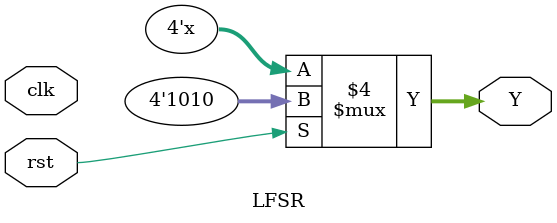
<source format=v>
module LFSR(
  input clk, rst,
  output reg [3:0] Y
);

  always@(*) begin
    
    if(rst)
      Y <= 4'ha;
    
    else 
      Y = {Y[2:0],(Y[3]^Y[2])};
  end
  
endmodule

</source>
